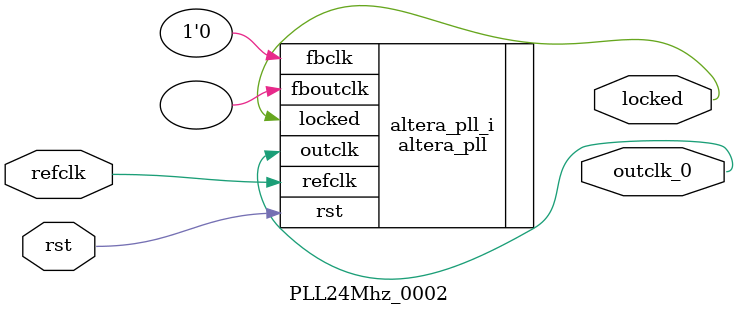
<source format=v>
`timescale 1ns/10ps
module  PLL24Mhz_0002(

	// interface 'refclk'
	input wire refclk,

	// interface 'reset'
	input wire rst,

	// interface 'outclk0'
	output wire outclk_0,

	// interface 'locked'
	output wire locked
);

	altera_pll #(
		.fractional_vco_multiplier("false"),
		.reference_clock_frequency("50.0 MHz"),
		.operation_mode("direct"),
		.number_of_clocks(1),
		.output_clock_frequency0("24.000000 MHz"),
		.phase_shift0("0 ps"),
		.duty_cycle0(50),
		.output_clock_frequency1("0 MHz"),
		.phase_shift1("0 ps"),
		.duty_cycle1(50),
		.output_clock_frequency2("0 MHz"),
		.phase_shift2("0 ps"),
		.duty_cycle2(50),
		.output_clock_frequency3("0 MHz"),
		.phase_shift3("0 ps"),
		.duty_cycle3(50),
		.output_clock_frequency4("0 MHz"),
		.phase_shift4("0 ps"),
		.duty_cycle4(50),
		.output_clock_frequency5("0 MHz"),
		.phase_shift5("0 ps"),
		.duty_cycle5(50),
		.output_clock_frequency6("0 MHz"),
		.phase_shift6("0 ps"),
		.duty_cycle6(50),
		.output_clock_frequency7("0 MHz"),
		.phase_shift7("0 ps"),
		.duty_cycle7(50),
		.output_clock_frequency8("0 MHz"),
		.phase_shift8("0 ps"),
		.duty_cycle8(50),
		.output_clock_frequency9("0 MHz"),
		.phase_shift9("0 ps"),
		.duty_cycle9(50),
		.output_clock_frequency10("0 MHz"),
		.phase_shift10("0 ps"),
		.duty_cycle10(50),
		.output_clock_frequency11("0 MHz"),
		.phase_shift11("0 ps"),
		.duty_cycle11(50),
		.output_clock_frequency12("0 MHz"),
		.phase_shift12("0 ps"),
		.duty_cycle12(50),
		.output_clock_frequency13("0 MHz"),
		.phase_shift13("0 ps"),
		.duty_cycle13(50),
		.output_clock_frequency14("0 MHz"),
		.phase_shift14("0 ps"),
		.duty_cycle14(50),
		.output_clock_frequency15("0 MHz"),
		.phase_shift15("0 ps"),
		.duty_cycle15(50),
		.output_clock_frequency16("0 MHz"),
		.phase_shift16("0 ps"),
		.duty_cycle16(50),
		.output_clock_frequency17("0 MHz"),
		.phase_shift17("0 ps"),
		.duty_cycle17(50),
		.pll_type("General"),
		.pll_subtype("General")
	) altera_pll_i (
		.rst	(rst),
		.outclk	({outclk_0}),
		.locked	(locked),
		.fboutclk	( ),
		.fbclk	(1'b0),
		.refclk	(refclk)
	);
endmodule


</source>
